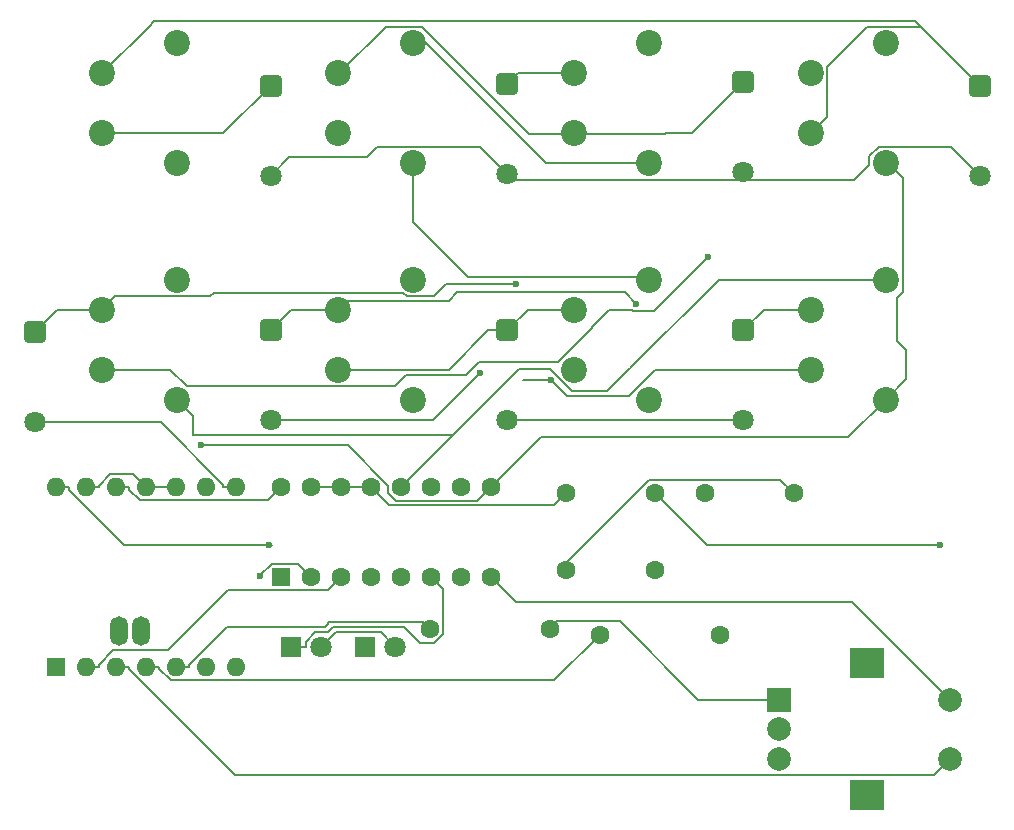
<source format=gbr>
%TF.GenerationSoftware,KiCad,Pcbnew,9.0.7*%
%TF.CreationDate,2026-01-20T04:17:15+09:00*%
%TF.ProjectId,LEFT_Parade,4c454654-5f50-4617-9261-64652e6b6963,rev?*%
%TF.SameCoordinates,Original*%
%TF.FileFunction,Copper,L1,Top*%
%TF.FilePolarity,Positive*%
%FSLAX46Y46*%
G04 Gerber Fmt 4.6, Leading zero omitted, Abs format (unit mm)*
G04 Created by KiCad (PCBNEW 9.0.7) date 2026-01-20 04:17:15*
%MOMM*%
%LPD*%
G01*
G04 APERTURE LIST*
G04 Aperture macros list*
%AMRoundRect*
0 Rectangle with rounded corners*
0 $1 Rounding radius*
0 $2 $3 $4 $5 $6 $7 $8 $9 X,Y pos of 4 corners*
0 Add a 4 corners polygon primitive as box body*
4,1,4,$2,$3,$4,$5,$6,$7,$8,$9,$2,$3,0*
0 Add four circle primitives for the rounded corners*
1,1,$1+$1,$2,$3*
1,1,$1+$1,$4,$5*
1,1,$1+$1,$6,$7*
1,1,$1+$1,$8,$9*
0 Add four rect primitives between the rounded corners*
20,1,$1+$1,$2,$3,$4,$5,0*
20,1,$1+$1,$4,$5,$6,$7,0*
20,1,$1+$1,$6,$7,$8,$9,0*
20,1,$1+$1,$8,$9,$2,$3,0*%
G04 Aperture macros list end*
%TA.AperFunction,ComponentPad*%
%ADD10C,2.200000*%
%TD*%
%TA.AperFunction,ComponentPad*%
%ADD11RoundRect,0.250000X-0.650000X0.650000X-0.650000X-0.650000X0.650000X-0.650000X0.650000X0.650000X0*%
%TD*%
%TA.AperFunction,ComponentPad*%
%ADD12C,1.800000*%
%TD*%
%TA.AperFunction,ComponentPad*%
%ADD13R,1.600000X1.600000*%
%TD*%
%TA.AperFunction,ComponentPad*%
%ADD14O,1.600000X1.600000*%
%TD*%
%TA.AperFunction,ComponentPad*%
%ADD15O,1.500000X2.500000*%
%TD*%
%TA.AperFunction,ComponentPad*%
%ADD16C,1.600000*%
%TD*%
%TA.AperFunction,ComponentPad*%
%ADD17R,1.800000X1.800000*%
%TD*%
%TA.AperFunction,ComponentPad*%
%ADD18RoundRect,0.250000X0.550000X-0.550000X0.550000X0.550000X-0.550000X0.550000X-0.550000X-0.550000X0*%
%TD*%
%TA.AperFunction,ComponentPad*%
%ADD19R,2.000000X2.000000*%
%TD*%
%TA.AperFunction,ComponentPad*%
%ADD20C,2.000000*%
%TD*%
%TA.AperFunction,ComponentPad*%
%ADD21R,3.000000X2.500000*%
%TD*%
%TA.AperFunction,ViaPad*%
%ADD22C,0.600000*%
%TD*%
%TA.AperFunction,Conductor*%
%ADD23C,0.200000*%
%TD*%
G04 APERTURE END LIST*
D10*
%TO.P,SW3,2,2*%
%TO.N,Net-(D2-K)*%
X69190000Y-40960000D03*
%TO.P,SW3,1,1*%
%TO.N,Net-(U2B-~{Q2})*%
X75540000Y-38420000D03*
%TD*%
%TO.P,SW17,1,1*%
%TO.N,Net-(U2B-~{Q0})*%
X55540000Y-68580000D03*
%TO.P,SW17,2,2*%
%TO.N,Net-(D8-K)*%
X49190000Y-66040000D03*
%TD*%
%TO.P,SW16,1,1*%
%TO.N,Net-(U2B-~{Q1})*%
X75540000Y-68580000D03*
%TO.P,SW16,2,2*%
%TO.N,Net-(D7-K)*%
X69190000Y-66040000D03*
%TD*%
%TO.P,SW15,1,1*%
%TO.N,Net-(U2B-~{Q2})*%
X95540000Y-68580000D03*
%TO.P,SW15,2,2*%
%TO.N,Net-(D6-K)*%
X89190000Y-66040000D03*
%TD*%
%TO.P,SW14,1,1*%
%TO.N,Net-(U2B-~{Q3})*%
X115540000Y-68580000D03*
%TO.P,SW14,2,2*%
%TO.N,Net-(D5-K)*%
X109190000Y-66040000D03*
%TD*%
%TO.P,SW13,1,1*%
%TO.N,Net-(U2B-~{Q0})*%
X55540000Y-48580000D03*
%TO.P,SW13,2,2*%
%TO.N,Net-(D4-K)*%
X49190000Y-46040000D03*
%TD*%
%TO.P,SW12,1,1*%
%TO.N,Net-(U2B-~{Q1})*%
X75540000Y-48580000D03*
%TO.P,SW12,2,2*%
%TO.N,Net-(D3-K)*%
X69190000Y-46040000D03*
%TD*%
%TO.P,SW11,1,1*%
%TO.N,Net-(U2B-~{Q2})*%
X95540000Y-48580000D03*
%TO.P,SW11,2,2*%
%TO.N,Net-(D2-K)*%
X89190000Y-46040000D03*
%TD*%
%TO.P,SW10,1,1*%
%TO.N,Net-(U2B-~{Q3})*%
X115540000Y-48580000D03*
%TO.P,SW10,2,2*%
%TO.N,Net-(D1-K)*%
X109190000Y-46040000D03*
%TD*%
D11*
%TO.P,D5,1,K*%
%TO.N,Net-(D5-K)*%
X43500000Y-62880000D03*
D12*
%TO.P,D5,2,A*%
%TO.N,Net-(D5-A)*%
X43500000Y-70500000D03*
%TD*%
D10*
%TO.P,SW9,1,1*%
%TO.N,Net-(U2B-~{Q0})*%
X115540000Y-58420000D03*
%TO.P,SW9,2,2*%
%TO.N,Net-(D8-K)*%
X109190000Y-60960000D03*
%TD*%
D13*
%TO.P,U1,1,PA02_A0_D0*%
%TO.N,unconnected-(U1-PA02_A0_D0-Pad1)*%
X45300000Y-91240000D03*
D14*
%TO.P,U1,2,PA4_A1_D1*%
%TO.N,Net-(U1-PA4_A1_D1)*%
X47840000Y-91240000D03*
%TO.P,U1,3,PA10_A2_D2*%
%TO.N,Net-(U1-PA10_A2_D2)*%
X50380000Y-91240000D03*
%TO.P,U1,4,PA11_A3_D3*%
%TO.N,Net-(U1-PA11_A3_D3)*%
X52920000Y-91240000D03*
%TO.P,U1,5,PA8_A4_D4_SDA*%
%TO.N,Net-(U1-PA8_A4_D4_SDA)*%
X55460000Y-91240000D03*
%TO.P,U1,6,PA9_A5_D5_SCL*%
%TO.N,Net-(U1-PA9_A5_D5_SCL)*%
X58000000Y-91240000D03*
%TO.P,U1,7,PB08_A6_D6_TX*%
%TO.N,unconnected-(U1-PB08_A6_D6_TX-Pad7)*%
X60540000Y-91240000D03*
%TO.P,U1,8,PB09_A7_D7_RX*%
%TO.N,Net-(D5-A)*%
X60540000Y-76000000D03*
%TO.P,U1,9,PA7_A8_D8_SCK*%
%TO.N,Net-(D1-A)*%
X58000000Y-76000000D03*
%TO.P,U1,10,PA5_A9_D9_MISO*%
%TO.N,Net-(U1-PA5_A9_D9_MISO)*%
X55460000Y-76000000D03*
%TO.P,U1,11,PA6_A10_D10_MOSI*%
X52920000Y-76000000D03*
%TO.P,U1,12,3V3*%
%TO.N,Net-(U1-3V3)*%
X50380000Y-76000000D03*
%TO.P,U1,13,GND*%
%TO.N,Net-(U1-PA5_A9_D9_MISO)*%
X47840000Y-76000000D03*
%TO.P,U1,14,5V*%
%TO.N,Net-(D10-A)*%
X45300000Y-76000000D03*
D15*
%TO.P,U1,B+*%
%TO.N,N/C*%
X52500000Y-88180000D03*
%TO.P,U1,B-*%
X50600000Y-88169000D03*
%TD*%
D16*
%TO.P,R2,1*%
%TO.N,Net-(U1-PA11_A3_D3)*%
X91340000Y-88500000D03*
%TO.P,R2,2*%
%TO.N,Net-(C1-Pad2)*%
X101500000Y-88500000D03*
%TD*%
D11*
%TO.P,D3,1,K*%
%TO.N,Net-(D3-K)*%
X83500000Y-41880000D03*
D12*
%TO.P,D3,2,A*%
%TO.N,Net-(D1-A)*%
X83500000Y-49500000D03*
%TD*%
D16*
%TO.P,C2,1*%
%TO.N,Net-(C2-Pad1)*%
X100250000Y-76500000D03*
%TO.P,C2,2*%
%TO.N,Net-(C1-Pad1)*%
X107750000Y-76500000D03*
%TD*%
D17*
%TO.P,D9,1,K*%
%TO.N,Net-(D9-K)*%
X65230000Y-89500000D03*
D12*
%TO.P,D9,2,A*%
%TO.N,Net-(D10-A)*%
X67770000Y-89500000D03*
%TD*%
D10*
%TO.P,SW4,1,1*%
%TO.N,Net-(U2B-~{Q1})*%
X95540000Y-38420000D03*
%TO.P,SW4,2,2*%
%TO.N,Net-(D3-K)*%
X89190000Y-40960000D03*
%TD*%
%TO.P,SW6,1,1*%
%TO.N,Net-(U2B-~{Q3})*%
X55540000Y-58420000D03*
%TO.P,SW6,2,2*%
%TO.N,Net-(D5-K)*%
X49190000Y-60960000D03*
%TD*%
D18*
%TO.P,U2,1,~{EN}*%
%TO.N,Net-(U1-PA5_A9_D9_MISO)*%
X64340000Y-83620000D03*
D16*
%TO.P,U2,2,A*%
%TO.N,Net-(U1-PA9_A5_D5_SCL)*%
X66880000Y-83620000D03*
%TO.P,U2,3,B*%
%TO.N,Net-(U1-PA4_A1_D1)*%
X69420000Y-83620000D03*
%TO.P,U2,4,~{Q0}*%
%TO.N,unconnected-(U2A-~{Q0}-Pad4)*%
X71960000Y-83620000D03*
%TO.P,U2,5,~{Q1}*%
%TO.N,Net-(D10-K)*%
X74500000Y-83620000D03*
%TO.P,U2,6,~{Q2}*%
%TO.N,Net-(D9-K)*%
X77040000Y-83620000D03*
%TO.P,U2,7,~{Q3}*%
%TO.N,unconnected-(U2A-~{Q3}-Pad7)*%
X79580000Y-83620000D03*
%TO.P,U2,8,GND*%
%TO.N,Net-(U1-PA5_A9_D9_MISO)*%
X82120000Y-83620000D03*
%TO.P,U2,9,~{Q3}*%
%TO.N,Net-(U2B-~{Q3})*%
X82120000Y-76000000D03*
%TO.P,U2,10,~{Q2}*%
%TO.N,Net-(U2B-~{Q2})*%
X79580000Y-76000000D03*
%TO.P,U2,11,~{Q1}*%
%TO.N,Net-(U2B-~{Q1})*%
X77040000Y-76000000D03*
%TO.P,U2,12,~{Q0}*%
%TO.N,Net-(U2B-~{Q0})*%
X74500000Y-76000000D03*
%TO.P,U2,13,B*%
%TO.N,Net-(U1-PA5_A9_D9_MISO)*%
X71960000Y-76000000D03*
%TO.P,U2,14,A*%
X69420000Y-76000000D03*
%TO.P,U2,15,~{EN}*%
X66880000Y-76000000D03*
%TO.P,U2,16,VCC*%
%TO.N,Net-(U1-3V3)*%
X64340000Y-76000000D03*
%TD*%
D11*
%TO.P,D8,1,K*%
%TO.N,Net-(D8-K)*%
X103500000Y-62690000D03*
D12*
%TO.P,D8,2,A*%
%TO.N,Net-(D5-A)*%
X103500000Y-70310000D03*
%TD*%
D16*
%TO.P,R1,1*%
%TO.N,Net-(U1-PA8_A4_D4_SDA)*%
X76920000Y-88000000D03*
%TO.P,R1,2*%
%TO.N,Net-(C2-Pad1)*%
X87080000Y-88000000D03*
%TD*%
D11*
%TO.P,D4,1,K*%
%TO.N,Net-(D4-K)*%
X63500000Y-42000000D03*
D12*
%TO.P,D4,2,A*%
%TO.N,Net-(D1-A)*%
X63500000Y-49620000D03*
%TD*%
D11*
%TO.P,D1,1,K*%
%TO.N,Net-(D1-K)*%
X123500000Y-42000000D03*
D12*
%TO.P,D1,2,A*%
%TO.N,Net-(D1-A)*%
X123500000Y-49620000D03*
%TD*%
D10*
%TO.P,SW7,1,1*%
%TO.N,Net-(U2B-~{Q2})*%
X75540000Y-58420000D03*
%TO.P,SW7,2,2*%
%TO.N,Net-(D6-K)*%
X69190000Y-60960000D03*
%TD*%
%TO.P,SW2,1,1*%
%TO.N,Net-(U2B-~{Q3})*%
X55540000Y-38420000D03*
%TO.P,SW2,2,2*%
%TO.N,Net-(D1-K)*%
X49190000Y-40960000D03*
%TD*%
D16*
%TO.P,C1,1*%
%TO.N,Net-(C1-Pad1)*%
X88500000Y-83000000D03*
%TO.P,C1,2*%
%TO.N,Net-(C1-Pad2)*%
X96000000Y-83000000D03*
%TD*%
D11*
%TO.P,D7,1,K*%
%TO.N,Net-(D7-K)*%
X83500000Y-62690000D03*
D12*
%TO.P,D7,2,A*%
%TO.N,Net-(D5-A)*%
X83500000Y-70310000D03*
%TD*%
D11*
%TO.P,D6,1,K*%
%TO.N,Net-(D6-K)*%
X63500000Y-62690000D03*
D12*
%TO.P,D6,2,A*%
%TO.N,Net-(D5-A)*%
X63500000Y-70310000D03*
%TD*%
D11*
%TO.P,D2,1,K*%
%TO.N,Net-(D2-K)*%
X103500000Y-41690000D03*
D12*
%TO.P,D2,2,A*%
%TO.N,Net-(D1-A)*%
X103500000Y-49310000D03*
%TD*%
D17*
%TO.P,D10,1,K*%
%TO.N,Net-(D10-K)*%
X71460000Y-89500000D03*
D12*
%TO.P,D10,2,A*%
%TO.N,Net-(D10-A)*%
X74000000Y-89500000D03*
%TD*%
D19*
%TO.P,SW1,A,A*%
%TO.N,Net-(C2-Pad1)*%
X106500000Y-94000000D03*
D20*
%TO.P,SW1,B,B*%
%TO.N,Net-(C1-Pad2)*%
X106500000Y-99000000D03*
%TO.P,SW1,C,C*%
%TO.N,Net-(C1-Pad1)*%
X106500000Y-96500000D03*
D21*
%TO.P,SW1,MP*%
%TO.N,N/C*%
X114000000Y-90900000D03*
X114000000Y-102100000D03*
D20*
%TO.P,SW1,S1,S1*%
%TO.N,Net-(U1-PA5_A9_D9_MISO)*%
X121000000Y-94000000D03*
%TO.P,SW1,S2,S2*%
%TO.N,Net-(U1-PA10_A2_D2)*%
X121000000Y-99000000D03*
%TD*%
D10*
%TO.P,SW8,1,1*%
%TO.N,Net-(U2B-~{Q1})*%
X95540000Y-58420000D03*
%TO.P,SW8,2,2*%
%TO.N,Net-(D7-K)*%
X89190000Y-60960000D03*
%TD*%
D16*
%TO.P,C3,1*%
%TO.N,Net-(U1-PA5_A9_D9_MISO)*%
X88500000Y-76500000D03*
%TO.P,C3,2*%
%TO.N,Net-(U1-PA10_A2_D2)*%
X96000000Y-76500000D03*
%TD*%
D10*
%TO.P,SW5,1,1*%
%TO.N,Net-(U2B-~{Q0})*%
X115540000Y-38420000D03*
%TO.P,SW5,2,2*%
%TO.N,Net-(D4-K)*%
X109190000Y-40960000D03*
%TD*%
D22*
%TO.N,Net-(D8-K)*%
X100500000Y-56500000D03*
%TO.N,Net-(U1-PA9_A5_D5_SCL)*%
X62604000Y-83557400D03*
%TO.N,Net-(U2B-~{Q3})*%
X57537800Y-72453500D03*
%TO.N,Net-(U1-PA10_A2_D2)*%
X120116500Y-80882000D03*
%TO.N,Net-(D10-A)*%
X63319800Y-80882000D03*
%TO.N,Net-(D6-K)*%
X94411000Y-60470200D03*
%TO.N,Net-(D5-K)*%
X87234200Y-66948000D03*
X84244900Y-58796000D03*
%TO.N,Net-(D5-A)*%
X81232100Y-66318500D03*
%TD*%
D23*
%TO.N,Net-(D1-A)*%
X72500000Y-47174500D02*
X81174500Y-47174500D01*
X81174500Y-47174500D02*
X83500000Y-49500000D01*
X114139000Y-47999686D02*
X114139000Y-48731100D01*
X114139000Y-48731100D02*
X112880600Y-49989500D01*
X123500000Y-49620000D02*
X121059000Y-47179000D01*
X121059000Y-47179000D02*
X114959686Y-47179000D01*
X114959686Y-47179000D02*
X114139000Y-47999686D01*
X112880600Y-49989500D02*
X103500000Y-49989500D01*
X65060000Y-48060000D02*
X71614500Y-48060000D01*
X71614500Y-48060000D02*
X72500000Y-47174500D01*
%TO.N,Net-(D8-K)*%
X94162057Y-61071200D02*
X95928800Y-61071200D01*
X94066837Y-60975979D02*
X94162057Y-61071200D01*
X90649000Y-62446184D02*
X92119205Y-60975979D01*
X74942900Y-66500000D02*
X79972800Y-66500000D01*
X92119205Y-60975979D02*
X94066837Y-60975979D01*
X87774686Y-65394000D02*
X90649000Y-62519686D01*
X81078800Y-65394000D02*
X87774686Y-65394000D01*
X90649000Y-62519686D02*
X90649000Y-62446184D01*
X54981314Y-66040000D02*
X56384214Y-67442900D01*
X56384214Y-67442900D02*
X74000000Y-67442900D01*
X74000000Y-67442900D02*
X74942900Y-66500000D01*
X79972800Y-66500000D02*
X81078800Y-65394000D01*
X49190000Y-66040000D02*
X54981314Y-66040000D01*
X95928800Y-61071200D02*
X100500000Y-56500000D01*
%TO.N,Net-(D5-K)*%
X87234200Y-66948000D02*
X88544000Y-68257800D01*
X88544000Y-68257800D02*
X93800886Y-68257800D01*
X93800886Y-68257800D02*
X96018686Y-66040000D01*
X96018686Y-66040000D02*
X99493000Y-66040000D01*
%TO.N,Net-(U2B-~{Q0})*%
X93912401Y-65912401D02*
X93824800Y-66000000D01*
X93912401Y-65912401D02*
X91968002Y-67856800D01*
X91968002Y-67856800D02*
X88992943Y-67856800D01*
X87136143Y-66000000D02*
X84500000Y-66000000D01*
X88992943Y-67856800D02*
X87136143Y-66000000D01*
X84500000Y-66000000D02*
X78911600Y-71588400D01*
%TO.N,Net-(D5-K)*%
X99493000Y-66040000D02*
X109190000Y-66040000D01*
%TO.N,Net-(U2B-~{Q2})*%
X75620000Y-38420000D02*
X76645400Y-38420000D01*
X76645400Y-38420000D02*
X86805400Y-48580000D01*
X86805400Y-48580000D02*
X95540000Y-48580000D01*
%TO.N,Net-(D1-K)*%
X123500000Y-42000000D02*
X118519000Y-37019000D01*
X118519000Y-37019000D02*
X113981000Y-37019000D01*
X110591000Y-40409000D02*
X110591000Y-44639000D01*
X113981000Y-37019000D02*
X110591000Y-40409000D01*
X110591000Y-44639000D02*
X109190000Y-46040000D01*
%TO.N,Net-(U2B-~{Q3})*%
X115540000Y-68580000D02*
X117291000Y-66829000D01*
X117021000Y-49791000D02*
X115810000Y-48580000D01*
X117291000Y-66829000D02*
X117291000Y-64409470D01*
X117291000Y-64409470D02*
X116500000Y-63618470D01*
X116500000Y-63618470D02*
X116500000Y-60000000D01*
X116500000Y-60000000D02*
X117021000Y-59479000D01*
X117021000Y-59479000D02*
X117021000Y-49791000D01*
X115540000Y-68580000D02*
X112347900Y-71772100D01*
X112347900Y-71772100D02*
X107347900Y-71772100D01*
%TO.N,Net-(D7-K)*%
X83500000Y-62690000D02*
X81903500Y-62690000D01*
X81903500Y-62690000D02*
X78553500Y-66040000D01*
X78553500Y-66040000D02*
X69190000Y-66040000D01*
%TO.N,Net-(U2B-~{Q1})*%
X80154300Y-58194300D02*
X75540000Y-53580000D01*
X75540000Y-48580000D02*
X75540000Y-53580000D01*
%TO.N,Net-(D1-A)*%
X63500000Y-49620000D02*
X65060000Y-48060000D01*
%TO.N,Net-(D4-K)*%
X63500000Y-42000000D02*
X59460000Y-46040000D01*
X59460000Y-46040000D02*
X49190000Y-46040000D01*
%TO.N,Net-(U2B-~{Q0})*%
X56898400Y-71588400D02*
X56898400Y-69938400D01*
X56898400Y-69938400D02*
X55540000Y-68580000D01*
%TO.N,Net-(U1-PA9_A5_D5_SCL)*%
X62604000Y-83453900D02*
X62604000Y-83557400D01*
X63566500Y-82491400D02*
X62604000Y-83453900D01*
X65751400Y-82491400D02*
X63566500Y-82491400D01*
X66880000Y-83620000D02*
X65751400Y-82491400D01*
X62604000Y-83557400D02*
X62604000Y-83453900D01*
X62604000Y-83453900D02*
X62604000Y-83557400D01*
%TO.N,Net-(U1-3V3)*%
X51481700Y-76228300D02*
X51481700Y-76000000D01*
X52375900Y-77122500D02*
X51481700Y-76228300D01*
X63217500Y-77122500D02*
X52375900Y-77122500D01*
X64340000Y-76000000D02*
X63217500Y-77122500D01*
X50380000Y-76000000D02*
X51481700Y-76000000D01*
%TO.N,Net-(U1-PA4_A1_D1)*%
X48941700Y-91011700D02*
X48941700Y-91240000D01*
X50144200Y-89809200D02*
X48941700Y-91011700D01*
X54802900Y-89809200D02*
X50144200Y-89809200D01*
X59889400Y-84722700D02*
X54802900Y-89809200D01*
X68317300Y-84722700D02*
X59889400Y-84722700D01*
X69420000Y-83620000D02*
X68317300Y-84722700D01*
X47840000Y-91240000D02*
X48941700Y-91240000D01*
%TO.N,Net-(U2B-~{Q0})*%
X115620000Y-58420000D02*
X101405000Y-58420000D01*
X115540000Y-38420000D02*
X115409000Y-38551000D01*
X101405000Y-58420000D02*
X93912401Y-65912401D01*
X115409000Y-58209000D02*
X115620000Y-58420000D01*
X78911600Y-71588400D02*
X74500000Y-76000000D01*
X78911600Y-71588400D02*
X56898400Y-71588400D01*
%TO.N,Net-(U2B-~{Q1})*%
X95314300Y-58194300D02*
X80154300Y-58194300D01*
X95540000Y-58420000D02*
X95314300Y-58194300D01*
%TO.N,Net-(U2B-~{Q3})*%
X86347900Y-71772100D02*
X82120000Y-76000000D01*
X107347900Y-71772100D02*
X86347900Y-71772100D01*
X80977100Y-77142900D02*
X82120000Y-76000000D01*
X74084900Y-77142900D02*
X80977100Y-77142900D01*
X73398300Y-76456300D02*
X74084900Y-77142900D01*
X73398300Y-75872600D02*
X73398300Y-76456300D01*
X69979200Y-72453500D02*
X73398300Y-75872600D01*
X57537800Y-72453500D02*
X69979200Y-72453500D01*
%TO.N,Net-(U1-PA10_A2_D2)*%
X100382000Y-80882000D02*
X96000000Y-76500000D01*
X120116500Y-80882000D02*
X100382000Y-80882000D01*
X119662500Y-100337500D02*
X121000000Y-99000000D01*
X60441500Y-100337500D02*
X119662500Y-100337500D01*
X51481700Y-91377700D02*
X60441500Y-100337500D01*
X51481700Y-91240000D02*
X51481700Y-91377700D01*
X50380000Y-91240000D02*
X51481700Y-91240000D01*
%TO.N,Net-(U1-PA5_A9_D9_MISO)*%
X52920000Y-76000000D02*
X55460000Y-76000000D01*
X84218100Y-85718100D02*
X82120000Y-83620000D01*
X112718100Y-85718100D02*
X84218100Y-85718100D01*
X121000000Y-94000000D02*
X112718100Y-85718100D01*
X71960000Y-76000000D02*
X69420000Y-76000000D01*
X87455400Y-77544600D02*
X88500000Y-76500000D01*
X73504600Y-77544600D02*
X87455400Y-77544600D01*
X71960000Y-76000000D02*
X73504600Y-77544600D01*
X51815200Y-74895200D02*
X52920000Y-76000000D01*
X49908800Y-74895200D02*
X51815200Y-74895200D01*
X48941700Y-75862300D02*
X49908800Y-74895200D01*
X48941700Y-76000000D02*
X48941700Y-75862300D01*
X47840000Y-76000000D02*
X48941700Y-76000000D01*
X66880000Y-76000000D02*
X69420000Y-76000000D01*
%TO.N,Net-(U1-PA11_A3_D3)*%
X87487600Y-92352400D02*
X91340000Y-88500000D01*
X54996400Y-92352400D02*
X87487600Y-92352400D01*
X54021700Y-91377700D02*
X54996400Y-92352400D01*
X54021700Y-91240000D02*
X54021700Y-91377700D01*
X52920000Y-91240000D02*
X54021700Y-91240000D01*
%TO.N,Net-(U1-PA8_A4_D4_SDA)*%
X55460000Y-91240000D02*
X56561700Y-91240000D01*
X68440300Y-87413300D02*
X68204900Y-87648700D01*
X76333300Y-87413300D02*
X68440300Y-87413300D01*
X76920000Y-88000000D02*
X76333300Y-87413300D01*
X68204900Y-87648700D02*
X68038600Y-87815000D01*
X68204900Y-87648700D02*
X68038600Y-87815000D01*
X56561700Y-91011700D02*
X56561700Y-91240000D01*
X59758400Y-87815000D02*
X56561700Y-91011700D01*
X68038600Y-87815000D02*
X59758400Y-87815000D01*
%TO.N,Net-(D10-A)*%
X68975200Y-88294800D02*
X67770000Y-89500000D01*
X72794800Y-88294800D02*
X68975200Y-88294800D01*
X74000000Y-89500000D02*
X72794800Y-88294800D01*
X46401700Y-76228300D02*
X46401700Y-76000000D01*
X51055400Y-80882000D02*
X46401700Y-76228300D01*
X63319800Y-80882000D02*
X51055400Y-80882000D01*
X45300000Y-76000000D02*
X46401700Y-76000000D01*
X63319800Y-80882000D02*
X63566200Y-80882000D01*
X63566200Y-80882000D02*
X63319800Y-80882000D01*
%TO.N,Net-(D9-K)*%
X66431700Y-89124400D02*
X66431700Y-89500000D01*
X67257800Y-88298300D02*
X66431700Y-89124400D01*
X68323500Y-88298300D02*
X67257800Y-88298300D01*
X68756800Y-87865000D02*
X68323500Y-88298300D01*
X74798300Y-87865000D02*
X68756800Y-87865000D01*
X76099100Y-89165800D02*
X74798300Y-87865000D01*
X77331200Y-89165800D02*
X76099100Y-89165800D01*
X78027800Y-88469200D02*
X77331200Y-89165800D01*
X78027800Y-84607800D02*
X78027800Y-88469200D01*
X77040000Y-83620000D02*
X78027800Y-84607800D01*
X65230000Y-89500000D02*
X66431700Y-89500000D01*
%TO.N,Net-(D8-K)*%
X105230000Y-60960000D02*
X103500000Y-62690000D01*
X109270000Y-60960000D02*
X105230000Y-60960000D01*
%TO.N,Net-(D7-K)*%
X85230000Y-60960000D02*
X89190000Y-60960000D01*
X83500000Y-62690000D02*
X85230000Y-60960000D01*
%TO.N,Net-(D6-K)*%
X65230000Y-60960000D02*
X69190000Y-60960000D01*
X63500000Y-62690000D02*
X65230000Y-60960000D01*
X93442700Y-59501900D02*
X94411000Y-60470200D01*
X79285700Y-59501900D02*
X93442700Y-59501900D01*
X78534200Y-60253400D02*
X79285700Y-59501900D01*
X69896600Y-60253400D02*
X78534200Y-60253400D01*
X69190000Y-60960000D02*
X69896600Y-60253400D01*
%TO.N,Net-(D5-K)*%
X45420000Y-60960000D02*
X49190000Y-60960000D01*
X43500000Y-62880000D02*
X45420000Y-60960000D01*
X50298300Y-59851700D02*
X49190000Y-60960000D01*
X58368000Y-59851700D02*
X50298300Y-59851700D01*
X58695600Y-59524100D02*
X58368000Y-59851700D01*
X74661800Y-59524100D02*
X58695600Y-59524100D01*
X74989400Y-59851700D02*
X74661800Y-59524100D01*
X77296900Y-59851700D02*
X74989400Y-59851700D01*
X78352600Y-58796000D02*
X77296900Y-59851700D01*
X84244900Y-58796000D02*
X78352600Y-58796000D01*
X87234200Y-66948000D02*
X84868700Y-66948000D01*
X84868700Y-66948000D02*
X87234200Y-66948000D01*
%TO.N,Net-(D5-A)*%
X60540000Y-76000000D02*
X59438300Y-76000000D01*
X103500000Y-70310000D02*
X83500000Y-70310000D01*
X77240600Y-70310000D02*
X81232100Y-66318500D01*
X63500000Y-70310000D02*
X77240600Y-70310000D01*
X59438300Y-75771700D02*
X59438300Y-76000000D01*
X54166600Y-70500000D02*
X59438300Y-75771700D01*
X43500000Y-70500000D02*
X54166600Y-70500000D01*
%TO.N,Net-(D3-K)*%
X84420000Y-40960000D02*
X83500000Y-41880000D01*
X89230000Y-40960000D02*
X84420000Y-40960000D01*
%TO.N,Net-(D2-K)*%
X99150000Y-46040000D02*
X103500000Y-41690000D01*
X96850000Y-46040000D02*
X99150000Y-46040000D01*
X96815400Y-46074600D02*
X96850000Y-46040000D01*
X85381900Y-46074600D02*
X96815400Y-46074600D01*
X76305700Y-36998400D02*
X85381900Y-46074600D01*
X73231600Y-36998400D02*
X76305700Y-36998400D01*
X69270000Y-40960000D02*
X73231600Y-36998400D01*
%TO.N,Net-(D1-K)*%
X53131000Y-37019000D02*
X49190000Y-40960000D01*
X53612400Y-36537600D02*
X53131000Y-37019000D01*
X118037600Y-36537600D02*
X53612400Y-36537600D01*
X123500000Y-42000000D02*
X118037600Y-36537600D01*
%TO.N,Net-(D1-A)*%
X103500000Y-49989500D02*
X103500000Y-49310000D01*
X83989500Y-49989500D02*
X83500000Y-49500000D01*
X103500000Y-49989500D02*
X83989500Y-49989500D01*
%TO.N,Net-(C2-Pad1)*%
X99683300Y-94000000D02*
X106500000Y-94000000D01*
X93038700Y-87355400D02*
X99683300Y-94000000D01*
X87724600Y-87355400D02*
X93038700Y-87355400D01*
X87080000Y-88000000D02*
X87724600Y-87355400D01*
%TO.N,Net-(C1-Pad1)*%
X106609600Y-75359600D02*
X107750000Y-76500000D01*
X95542600Y-75359600D02*
X106609600Y-75359600D01*
X88500000Y-82402200D02*
X95542600Y-75359600D01*
X88500000Y-83000000D02*
X88500000Y-82402200D01*
%TD*%
M02*

</source>
